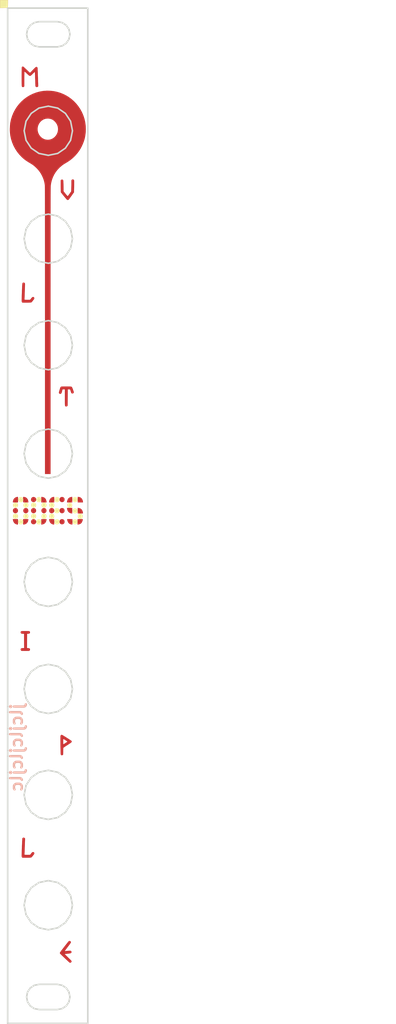
<source format=kicad_pcb>
(kicad_pcb (version 20221018) (generator pcbnew)
  (layers (0 "F.Cu" signal) (31 "B.Cu" signal) (34 "B.Paste" user) (35 "F.Paste" user) (36 "B.SilkS" user "B.Silkscreen") (37 "F.SilkS" user "F.Silkscreen") (38 "B.Mask" user) (39 "F.Mask" user) (44 "Edge.Cuts" user))
  (net 0 "")
  (footprint "0graficos:panelMult" (layer "F.Cu") (at 143.6 103.85)
    (fp_text reference "Ref**" hide)
    (fp_text value "Val**" hide)
  )
  (gr_line (start 98.564587 66.248468) (end 99.7575 66.00357) (stroke (width 0.2)) (layer "Edge.Cuts"))
  (gr_line (start 101.924386 151.372052) (end 102.581206 152.362547) (stroke (width 0.2)) (layer "Edge.Cuts"))
  (gr_line (start 97.590483 151.372041) (end 98.564587 150.704213) (stroke (width 0.2)) (layer "Edge.Cuts"))
  (gr_line (start 98.60028 163.60391) (end 100.90007 163.60391) (stroke (width 0.2)) (layer "Edge.Cuts"))
  (gr_line (start 102.032306 164.071164) (end 102.374554 164.579627) (stroke (width 0.2)) (layer "Edge.Cuts"))
  (gr_line (start 102.82207 112.6057) (end 102.581206 113.818571) (stroke (width 0.2)) (layer "Edge.Cuts"))
  (gr_line (start 98.564587 115.476887) (end 97.590483 114.809059) (stroke (width 0.2)) (layer "Edge.Cuts"))
  (gr_line (start 96.933744 54.229129) (end 97.590483 53.238641) (stroke (width 0.2)) (layer "Edge.Cuts"))
  (gr_line (start 96.69293 55.442) (end 96.933744 54.229129) (stroke (width 0.2)) (layer "Edge.Cuts"))
  (gr_line (start 99.7575 136.48192) (end 100.950265 136.726812) (stroke (width 0.2)) (layer "Edge.Cuts"))
  (gr_line (start 98.564587 93.487468) (end 99.7575 93.24257) (stroke (width 0.2)) (layer "Edge.Cuts"))
  (gr_line (start 102.374553 43.838882) (end 102.032305 44.347304) (stroke (width 0.2)) (layer "Edge.Cuts"))
  (gr_line (start 100.950265 129.046087) (end 99.7575 129.29098) (stroke (width 0.2)) (layer "Edge.Cuts"))
  (gr_line (start 96.933744 111.392627) (end 97.590483 110.402035) (stroke (width 0.2)) (layer "Edge.Cuts"))
  (gr_line (start 102.581206 152.362547) (end 102.82207 153.5754) (stroke (width 0.2)) (layer "Edge.Cuts"))
  (gr_line (start 101.924386 66.916571) (end 102.581206 67.907071) (stroke (width 0.2)) (layer "Edge.Cuts"))
  (gr_line (start 100.950265 71.991187) (end 99.7575 72.23608) (stroke (width 0.2)) (layer "Edge.Cuts"))
  (gr_line (start 102.581206 81.403647) (end 102.82207 82.6165) (stroke (width 0.2)) (layer "Edge.Cuts"))
  (gr_line (start 96.933744 124.961881) (end 97.590483 123.97141) (stroke (width 0.2)) (layer "Edge.Cuts"))
  (gr_line (start 102.82207 96.359) (end 102.581206 97.571871) (stroke (width 0.2)) (layer "Edge.Cuts"))
  (gr_line (start 97.125598 164.579627) (end 97.467514 164.071164) (stroke (width 0.2)) (layer "Edge.Cuts"))
  (gr_line (start 97.590483 98.562359) (end 96.933744 97.571871) (stroke (width 0.2)) (layer "Edge.Cuts"))
  (gr_line (start 99.7575 52.32592) (end 100.950265 52.570826) (stroke (width 0.2)) (layer "Edge.Cuts"))
  (gr_line (start 101.924386 98.562359) (end 100.950265 99.230187) (stroke (width 0.2)) (layer "Edge.Cuts"))
  (gr_line (start 100.950265 150.704212) (end 101.924386 151.372052) (stroke (width 0.2)) (layer "Edge.Cuts"))
  (gr_line (start 99.7575 93.24257) (end 100.950265 93.487481) (stroke (width 0.2)) (layer "Edge.Cuts"))
  (gr_line (start 99.7575 99.47508) (end 98.564587 99.230187) (stroke (width 0.2)) (layer "Edge.Cuts"))
  (gr_line (start 102.581206 138.385147) (end 102.82207 139.598) (stroke (width 0.2)) (layer "Edge.Cuts"))
  (gr_line (start 97.590483 94.155335) (end 98.564587 93.487468) (stroke (width 0.2)) (layer "Edge.Cuts"))
  (gr_line (start 98.564587 142.469236) (end 97.590483 141.80149) (stroke (width 0.2)) (layer "Edge.Cuts"))
  (gr_line (start 101.924386 57.64549) (end 100.950265 58.313236) (stroke (width 0.2)) (layer "Edge.Cuts"))
  (gr_line (start 102.374554 164.579627) (end 102.49991 165.20411) (stroke (width 0.2)) (layer "Edge.Cuts"))
  (gr_line (start 96.933744 113.818571) (end 96.69293 112.6057) (stroke (width 0.2)) (layer "Edge.Cuts"))
  (gr_line (start 100.950265 136.726812) (end 101.924386 137.394653) (stroke (width 0.2)) (layer "Edge.Cuts"))
  (gr_line (start 99.7575 72.23608) (end 98.564587 71.991187) (stroke (width 0.2)) (layer "Edge.Cuts"))
  (gr_line (start 96.933744 97.571871) (end 96.69293 96.359) (stroke (width 0.2)) (layer "Edge.Cuts"))
  (gr_line (start 96.69293 139.598) (end 96.933744 138.385129) (stroke (width 0.2)) (layer "Edge.Cuts"))
  (gr_line (start 102.82207 153.5754) (end 102.581206 154.788419) (stroke (width 0.2)) (layer "Edge.Cuts"))
  (gr_line (start 102.581206 154.788419) (end 101.924386 155.77889) (stroke (width 0.2)) (layer "Edge.Cuts"))
  (gr_line (start 100.950265 52.570826) (end 101.924386 53.238615) (stroke (width 0.2)) (layer "Edge.Cuts"))
  (gr_line (start 97.125598 165.82779) (end 97.00044 165.20411) (stroke (width 0.2)) (layer "Edge.Cuts"))
  (gr_line (start 97.590483 84.819859) (end 96.933744 83.829371) (stroke (width 0.2)) (layer "Edge.Cuts"))
  (gr_line (start 97.975853 163.729124) (end 98.60028 163.60391) (stroke (width 0.2)) (layer "Edge.Cuts"))
  (gr_line (start 102.032305 44.347304) (end 101.523899 44.689634) (stroke (width 0.2)) (layer "Edge.Cuts"))
  (gr_line (start 99.7575 123.05882) (end 100.950265 123.303655) (stroke (width 0.2)) (layer "Edge.Cuts"))
  (gr_line (start 97.467514 164.071164) (end 97.975853 163.729124) (stroke (width 0.2)) (layer "Edge.Cuts"))
  (gr_line (start 102.82207 82.6165) (end 102.581206 83.829371) (stroke (width 0.2)) (layer "Edge.Cuts"))
  (gr_line (start 97.590483 114.809059) (end 96.933744 113.818571) (stroke (width 0.2)) (layer "Edge.Cuts"))
  (gr_line (start 102.581206 54.229077) (end 102.82207 55.442) (stroke (width 0.2)) (layer "Edge.Cuts"))
  (gr_line (start 99.7575 142.71408) (end 98.564587 142.469236) (stroke (width 0.2)) (layer "Edge.Cuts"))
  (gr_line (start 99.7575 129.29098) (end 98.564587 129.046087) (stroke (width 0.2)) (layer "Edge.Cuts"))
  (gr_line (start 102.82207 55.442) (end 102.581206 56.655019) (stroke (width 0.2)) (layer "Edge.Cuts"))
  (gr_line (start 96.69293 82.6165) (end 96.933744 81.403629) (stroke (width 0.2)) (layer "Edge.Cuts"))
  (gr_line (start 99.7575 58.55808) (end 98.564587 58.313236) (stroke (width 0.2)) (layer "Edge.Cuts"))
  (gr_line (start 100.90007 44.81504) (end 98.60028 44.815) (stroke (width 0.2)) (layer "Edge.Cuts"))
  (gr_line (start 97.590483 110.402035) (end 98.564587 109.734168) (stroke (width 0.2)) (layer "Edge.Cuts"))
  (gr_line (start 97.590483 71.323359) (end 96.933744 70.332871) (stroke (width 0.2)) (layer "Edge.Cuts"))
  (gr_line (start 102.82207 69.12) (end 102.581206 70.332871) (stroke (width 0.2)) (layer "Edge.Cuts"))
  (gr_line (start 100.950265 66.248678) (end 101.924386 66.916571) (stroke (width 0.2)) (layer "Edge.Cuts"))
  (gr_line (start 102.82207 126.1749) (end 102.581206 127.387771) (stroke (width 0.2)) (layer "Edge.Cuts"))
  (gr_line (start 96.933744 127.387771) (end 96.69293 126.1749) (stroke (width 0.2)) (layer "Edge.Cuts"))
  (gr_line (start 97.975853 41.740268) (end 98.60028 41.615) (stroke (width 0.2)) (layer "Edge.Cuts"))
  (gr_line (start 100.950265 142.469236) (end 99.7575 142.71408) (stroke (width 0.2)) (layer "Edge.Cuts"))
  (gr_line (start 99.7575 66.00357) (end 100.950265 66.248678) (stroke (width 0.2)) (layer "Edge.Cuts"))
  (gr_line (start 97.125598 42.590864) (end 97.467514 42.082395) (stroke (width 0.2)) (layer "Edge.Cuts"))
  (gr_line (start 100.950265 93.487481) (end 101.924386 94.155346) (stroke (width 0.2)) (layer "Edge.Cuts"))
  (gr_line (start 98.564587 85.487687) (end 97.590483 84.819859) (stroke (width 0.2)) (layer "Edge.Cuts"))
  (gr_line (start 96.933744 56.655019) (end 96.69293 55.442) (stroke (width 0.2)) (layer "Edge.Cuts"))
  (gr_line (start 101.924386 84.819859) (end 100.950265 85.487687) (stroke (width 0.2)) (layer "Edge.Cuts"))
  (gr_line (start 98.564587 99.230187) (end 97.590483 98.562359) (stroke (width 0.2)) (layer "Edge.Cuts"))
  (gr_line (start 96.69293 153.5754) (end 96.933744 152.362529) (stroke (width 0.2)) (layer "Edge.Cuts"))
  (gr_line (start 96.69293 96.359) (end 96.933744 95.145927) (stroke (width 0.2)) (layer "Edge.Cuts"))
  (gr_line (start 99.7575 156.69148) (end 98.564587 156.446636) (stroke (width 0.2)) (layer "Edge.Cuts"))
  (gr_line (start 98.564587 109.734168) (end 99.7575 109.48927) (stroke (width 0.2)) (layer "Edge.Cuts"))
  (gr_line (start 97.590483 66.916335) (end 98.564587 66.248468) (stroke (width 0.2)) (layer "Edge.Cuts"))
  (gr_line (start 102.581206 83.829371) (end 101.924386 84.819859) (stroke (width 0.2)) (layer "Edge.Cuts"))
  (gr_line (start 97.00044 43.21516) (end 97.125598 42.590864) (stroke (width 0.2)) (layer "Edge.Cuts"))
  (gr_line (start 98.564587 52.570813) (end 99.7575 52.32592) (stroke (width 0.2)) (layer "Edge.Cuts"))
  (gr_line (start 97.975854 44.689593) (end 97.467515 44.347262) (stroke (width 0.2)) (layer "Edge.Cuts"))
  (gr_line (start 101.924386 155.77889) (end 100.950265 156.446636) (stroke (width 0.2)) (layer "Edge.Cuts"))
  (gr_line (start 96.933744 140.811019) (end 96.69293 139.598) (stroke (width 0.2)) (layer "Edge.Cuts"))
  (gr_line (start 102.581206 124.961878) (end 102.82207 126.1749) (stroke (width 0.2)) (layer "Edge.Cuts"))
  (gr_line (start 99.7575 85.73258) (end 98.564587 85.487687) (stroke (width 0.2)) (layer "Edge.Cuts"))
  (gr_line (start 104.75977 39.9) (end 94.59977 39.9) (stroke (width 0.2)) (layer "Edge.Cuts"))
  (gr_line (start 101.523901 41.740214) (end 102.032306 42.082254) (stroke (width 0.2)) (layer "Edge.Cuts"))
  (gr_line (start 97.590483 128.378259) (end 96.933744 127.387771) (stroke (width 0.2)) (layer "Edge.Cuts"))
  (gr_line (start 100.950265 109.734181) (end 101.924386 110.402046) (stroke (width 0.2)) (layer "Edge.Cuts"))
  (gr_line (start 102.032305 166.336214) (end 101.523899 166.678544) (stroke (width 0.2)) (layer "Edge.Cuts"))
  (gr_line (start 100.90007 163.60391) (end 101.523901 163.729124) (stroke (width 0.2)) (layer "Edge.Cuts"))
  (gr_line (start 97.590483 53.238641) (end 98.564587 52.570813) (stroke (width 0.2)) (layer "Edge.Cuts"))
  (gr_line (start 96.933744 67.906927) (end 97.590483 66.916335) (stroke (width 0.2)) (layer "Edge.Cuts"))
  (gr_line (start 101.924386 141.80149) (end 100.950265 142.469236) (stroke (width 0.2)) (layer "Edge.Cuts"))
  (gr_line (start 98.564587 71.991187) (end 97.590483 71.323359) (stroke (width 0.2)) (layer "Edge.Cuts"))
  (gr_line (start 102.82207 139.598) (end 102.581206 140.811019) (stroke (width 0.2)) (layer "Edge.Cuts"))
  (gr_line (start 104.75977 168.55577) (end 104.75977 39.9) (stroke (width 0.2)) (layer "Edge.Cuts"))
  (gr_line (start 101.924386 53.238615) (end 102.581206 54.229077) (stroke (width 0.2)) (layer "Edge.Cuts"))
  (gr_line (start 101.924386 80.413152) (end 102.581206 81.403647) (stroke (width 0.2)) (layer "Edge.Cuts"))
  (gr_line (start 96.933744 70.332871) (end 96.69293 69.12) (stroke (width 0.2)) (layer "Edge.Cuts"))
  (gr_line (start 96.933744 138.385129) (end 97.590483 137.394641) (stroke (width 0.2)) (layer "Edge.Cuts"))
  (gr_line (start 102.581206 127.387771) (end 101.924386 128.378259) (stroke (width 0.2)) (layer "Edge.Cuts"))
  (gr_line (start 100.950265 156.446636) (end 99.7575 156.69148) (stroke (width 0.2)) (layer "Edge.Cuts"))
  (gr_line (start 99.7575 79.50042) (end 100.950265 79.745312) (stroke (width 0.2)) (layer "Edge.Cuts"))
  (gr_line (start 100.950265 99.230187) (end 99.7575 99.47508) (stroke (width 0.2)) (layer "Edge.Cuts"))
  (gr_line (start 94.59977 39.9) (end 94.59977 168.55577) (stroke (width 0.2)) (layer "Edge.Cuts"))
  (gr_line (start 99.7575 109.48927) (end 100.950265 109.734181) (stroke (width 0.2)) (layer "Edge.Cuts"))
  (gr_line (start 101.924386 128.378259) (end 100.950265 129.046087) (stroke (width 0.2)) (layer "Edge.Cuts"))
  (gr_line (start 102.581206 67.907071) (end 102.82207 69.12) (stroke (width 0.2)) (layer "Edge.Cuts"))
  (gr_line (start 97.590483 123.97141) (end 98.564587 123.303664) (stroke (width 0.2)) (layer "Edge.Cuts"))
  (gr_line (start 101.924386 137.394653) (end 102.581206 138.385147) (stroke (width 0.2)) (layer "Edge.Cuts"))
  (gr_line (start 98.564587 58.313236) (end 97.590483 57.64549) (stroke (width 0.2)) (layer "Edge.Cuts"))
  (gr_line (start 100.950265 85.487687) (end 99.7575 85.73258) (stroke (width 0.2)) (layer "Edge.Cuts"))
  (gr_line (start 94.59977 168.55577) (end 104.75977 168.55577) (stroke (width 0.2)) (layer "Edge.Cuts"))
  (gr_line (start 97.590483 155.77889) (end 96.933744 154.788419) (stroke (width 0.2)) (layer "Edge.Cuts"))
  (gr_line (start 97.590483 141.80149) (end 96.933744 140.811019) (stroke (width 0.2)) (layer "Edge.Cuts"))
  (gr_line (start 101.924386 114.809059) (end 100.950265 115.476887) (stroke (width 0.2)) (layer "Edge.Cuts"))
  (gr_line (start 100.90007 166.80395) (end 98.60028 166.80395) (stroke (width 0.2)) (layer "Edge.Cuts"))
  (gr_line (start 102.581206 70.332871) (end 101.924386 71.323359) (stroke (width 0.2)) (layer "Edge.Cuts"))
  (gr_line (start 102.032306 42.082254) (end 102.374554 42.590717) (stroke (width 0.2)) (layer "Edge.Cuts"))
  (gr_line (start 97.467514 42.082395) (end 97.975853 41.740268) (stroke (width 0.2)) (layer "Edge.Cuts"))
  (gr_line (start 102.49991 165.20411) (end 102.374553 165.827792) (stroke (width 0.2)) (layer "Edge.Cuts"))
  (gr_line (start 102.49991 43.2152) (end 102.374553 43.838882) (stroke (width 0.2)) (layer "Edge.Cuts"))
  (gr_line (start 96.69293 69.12) (end 96.933744 67.906927) (stroke (width 0.2)) (layer "Edge.Cuts"))
  (gr_line (start 97.467515 44.347262) (end 97.125598 43.83884) (stroke (width 0.2)) (layer "Edge.Cuts"))
  (gr_line (start 98.60028 41.615) (end 100.90007 41.615) (stroke (width 0.2)) (layer "Edge.Cuts"))
  (gr_line (start 101.523899 166.678544) (end 100.90007 166.80395) (stroke (width 0.2)) (layer "Edge.Cuts"))
  (gr_line (start 102.581206 97.571871) (end 101.924386 98.562359) (stroke (width 0.2)) (layer "Edge.Cuts"))
  (gr_line (start 98.564587 129.046087) (end 97.590483 128.378259) (stroke (width 0.2)) (layer "Edge.Cuts"))
  (gr_line (start 100.950265 79.745312) (end 101.924386 80.413152) (stroke (width 0.2)) (layer "Edge.Cuts"))
  (gr_line (start 99.7575 150.45932) (end 100.950265 150.704212) (stroke (width 0.2)) (layer "Edge.Cuts"))
  (gr_line (start 96.933744 95.145927) (end 97.590483 94.155335) (stroke (width 0.2)) (layer "Edge.Cuts"))
  (gr_line (start 101.924386 110.402046) (end 102.581206 111.392631) (stroke (width 0.2)) (layer "Edge.Cuts"))
  (gr_line (start 101.924386 123.971403) (end 102.581206 124.961878) (stroke (width 0.2)) (layer "Edge.Cuts"))
  (gr_line (start 102.581206 111.392631) (end 102.82207 112.6057) (stroke (width 0.2)) (layer "Edge.Cuts"))
  (gr_line (start 97.00044 165.20411) (end 97.125598 164.579627) (stroke (width 0.2)) (layer "Edge.Cuts"))
  (gr_line (start 97.975854 166.678543) (end 97.467515 166.336212) (stroke (width 0.2)) (layer "Edge.Cuts"))
  (gr_line (start 97.590483 137.394641) (end 98.564587 136.726813) (stroke (width 0.2)) (layer "Edge.Cuts"))
  (gr_line (start 97.590483 57.64549) (end 96.933744 56.655019) (stroke (width 0.2)) (layer "Edge.Cuts"))
  (gr_line (start 97.590483 80.413141) (end 98.564587 79.745313) (stroke (width 0.2)) (layer "Edge.Cuts"))
  (gr_line (start 98.564587 79.745313) (end 99.7575 79.50042) (stroke (width 0.2)) (layer "Edge.Cuts"))
  (gr_line (start 96.69293 112.6057) (end 96.933744 111.392627) (stroke (width 0.2)) (layer "Edge.Cuts"))
  (gr_line (start 96.933744 152.362529) (end 97.590483 151.372041) (stroke (width 0.2)) (layer "Edge.Cuts"))
  (gr_line (start 98.564587 150.704213) (end 99.7575 150.45932) (stroke (width 0.2)) (layer "Edge.Cuts"))
  (gr_line (start 100.950265 115.476887) (end 99.7575 115.72178) (stroke (width 0.2)) (layer "Edge.Cuts"))
  (gr_line (start 98.564587 136.726813) (end 99.7575 136.48192) (stroke (width 0.2)) (layer "Edge.Cuts"))
  (gr_line (start 102.581206 56.655019) (end 101.924386 57.64549) (stroke (width 0.2)) (layer "Edge.Cuts"))
  (gr_line (start 101.924386 94.155346) (end 102.581206 95.145931) (stroke (width 0.2)) (layer "Edge.Cuts"))
  (gr_line (start 102.581206 95.145931) (end 102.82207 96.359) (stroke (width 0.2)) (layer "Edge.Cuts"))
  (gr_line (start 97.467515 166.336212) (end 97.125598 165.82779) (stroke (width 0.2)) (layer "Edge.Cuts"))
  (gr_line (start 101.924386 71.323359) (end 100.950265 71.991187) (stroke (width 0.2)) (layer "Edge.Cuts"))
  (gr_line (start 98.564587 156.446636) (end 97.590483 155.77889) (stroke (width 0.2)) (layer "Edge.Cuts"))
  (gr_line (start 96.933744 83.829371) (end 96.69293 82.6165) (stroke (width 0.2)) (layer "Edge.Cuts"))
  (gr_line (start 102.581206 113.818571) (end 101.924386 114.809059) (stroke (width 0.2)) (layer "Edge.Cuts"))
  (gr_line (start 102.581206 140.811019) (end 101.924386 141.80149) (stroke (width 0.2)) (layer "Edge.Cuts"))
  (gr_line (start 98.60028 166.80395) (end 97.975854 166.678543) (stroke (width 0.2)) (layer "Edge.Cuts"))
  (gr_line (start 99.7575 115.72178) (end 98.564587 115.476887) (stroke (width 0.2)) (layer "Edge.Cuts"))
  (gr_line (start 98.60028 44.815) (end 97.975854 44.689593) (stroke (width 0.2)) (layer "Edge.Cuts"))
  (gr_line (start 98.564587 123.303664) (end 99.7575 123.05882) (stroke (width 0.2)) (layer "Edge.Cuts"))
  (gr_line (start 101.523899 44.689634) (end 100.90007 44.81504) (stroke (width 0.2)) (layer "Edge.Cuts"))
  (gr_line (start 100.950265 123.303655) (end 101.924386 123.971403) (stroke (width 0.2)) (layer "Edge.Cuts"))
  (gr_line (start 102.374554 42.590717) (end 102.49991 43.2152) (stroke (width 0.2)) (layer "Edge.Cuts"))
  (gr_line (start 96.933744 81.403629) (end 97.590483 80.413141) (stroke (width 0.2)) (layer "Edge.Cuts"))
  (gr_line (start 102.374553 165.827792) (end 102.032305 166.336214) (stroke (width 0.2)) (layer "Edge.Cuts"))
  (gr_line (start 101.523901 163.729124) (end 102.032306 164.071164) (stroke (width 0.2)) (layer "Edge.Cuts"))
  (gr_line (start 97.125598 43.83884) (end 97.00044 43.21516) (stroke (width 0.2)) (layer "Edge.Cuts"))
  (gr_line (start 96.69293 126.1749) (end 96.933744 124.961881) (stroke (width 0.2)) (layer "Edge.Cuts"))
  (gr_line (start 100.950265 58.313236) (end 99.7575 58.55808) (stroke (width 0.2)) (layer "Edge.Cuts"))
  (gr_line (start 96.933744 154.788419) (end 96.69293 153.5754) (stroke (width 0.2)) (layer "Edge.Cuts"))
  (gr_line (start 100.90007 41.615) (end 101.523901 41.740214) (stroke (width 0.2)) (layer "Edge.Cuts"))
  (gr_text "jlcjlcjlcjlc" (at 96.6 127.85 90) (layer "B.SilkS") (effects (font (size 1.5 1.5) (thickness 0.3) bold) (justify left bottom mirror)))
)
</source>
